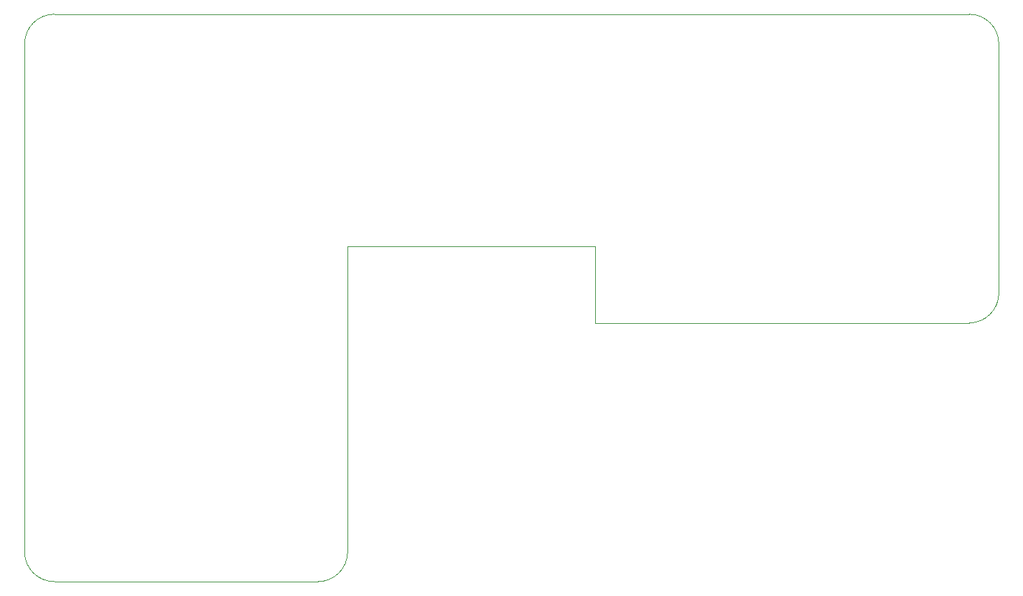
<source format=gm1>
%TF.GenerationSoftware,KiCad,Pcbnew,8.0.8*%
%TF.CreationDate,2025-02-24T22:18:04-07:00*%
%TF.ProjectId,ECE Capstone PCB Design,45434520-4361-4707-9374-6f6e65205043,rev?*%
%TF.SameCoordinates,Original*%
%TF.FileFunction,Profile,NP*%
%FSLAX46Y46*%
G04 Gerber Fmt 4.6, Leading zero omitted, Abs format (unit mm)*
G04 Created by KiCad (PCBNEW 8.0.8) date 2025-02-24 22:18:04*
%MOMM*%
%LPD*%
G01*
G04 APERTURE LIST*
%TA.AperFunction,Profile*%
%ADD10C,0.050000*%
%TD*%
G04 APERTURE END LIST*
D10*
X237500000Y-50600000D02*
X237500000Y-80000000D01*
X160710000Y-74500000D02*
X189860000Y-74500000D01*
X160700000Y-110500000D02*
G75*
G02*
X157200000Y-114000000I-3500000J0D01*
G01*
X189860000Y-74500000D02*
X189860000Y-83500000D01*
X122600000Y-110500000D02*
X122600000Y-50600000D01*
X126100000Y-114000000D02*
G75*
G02*
X122600000Y-110500000I0J3500000D01*
G01*
X160700000Y-110500000D02*
X160710000Y-74500000D01*
X157200000Y-114000000D02*
X126100000Y-114000000D01*
X122600000Y-50600000D02*
G75*
G02*
X126100000Y-47100000I3500000J0D01*
G01*
X237500000Y-80000000D02*
G75*
G02*
X234000000Y-83500000I-3500000J0D01*
G01*
X126100000Y-47100000D02*
X234000000Y-47100000D01*
X234000000Y-83500000D02*
X189860000Y-83500000D01*
X234000000Y-47100000D02*
G75*
G02*
X237500000Y-50600000I0J-3500000D01*
G01*
M02*

</source>
